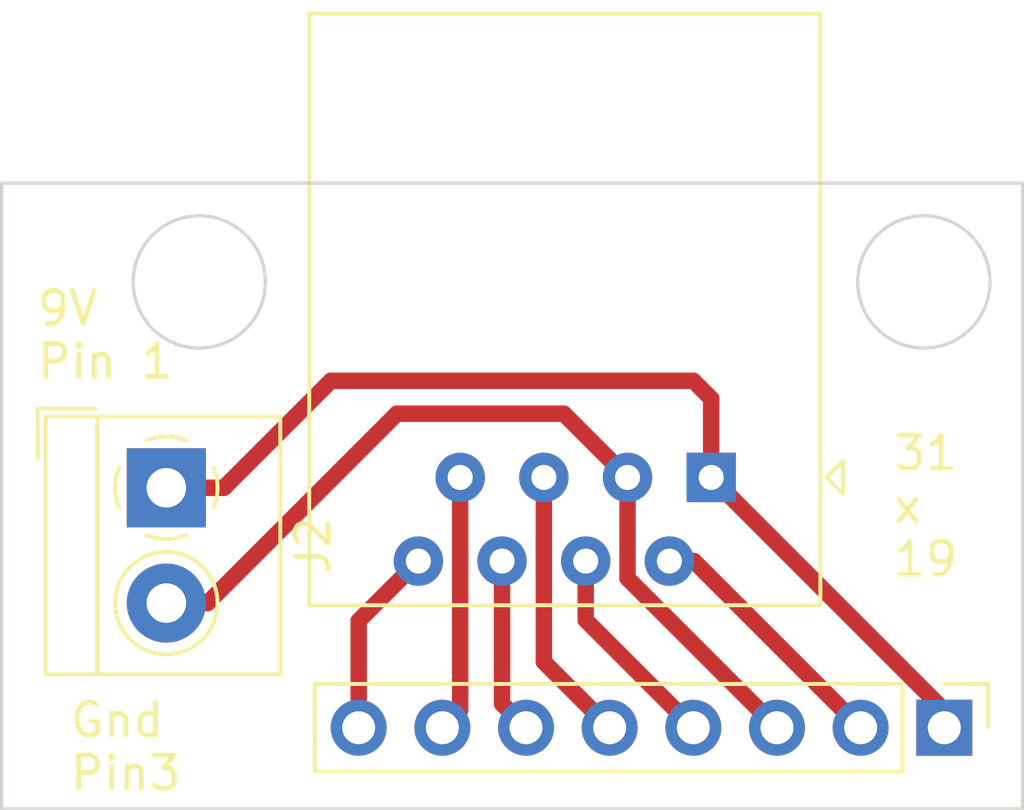
<source format=kicad_pcb>
(kicad_pcb (version 20221018) (generator pcbnew)
  (layers (0 "F.Cu" signal) (31 "B.Cu" signal) (34 "B.Paste" user) (35 "F.Paste" user) (36 "B.SilkS" user "B.Silkscreen") (37 "F.SilkS" user "F.Silkscreen") (38 "B.Mask" user) (39 "F.Mask" user) (44 "Edge.Cuts" user))
  (net 0 "")
  (net 1 "Net-(J2-Pin_2)")
  (net 2 "Net-(J4-Pin_2)")
  (net 3 "Net-(J2-Pin_1)")
  (net 4 "Net-(J4-Pin_4)")
  (net 5 "Net-(J4-Pin_5)")
  (net 6 "Net-(J4-Pin_6)")
  (net 7 "Net-(J4-Pin_7)")
  (net 8 "Net-(J4-Pin_8)")
  (footprint "Connector_PinHeader_2.54mm:PinHeader_1x08_P2.54mm_Vertical" (layer "F.Cu") (at 104.4275 74.06 -90)
    (fp_text reference "J4" hide)
    (fp_text value "Conn_01x08_Pin" hide)
    (fp_line (start -1.33 -1.33) (end 0 -1.33) (stroke (width 0.12)) (layer "F.SilkS"))
    (fp_line (start -1.33 0) (end -1.33 -1.33) (stroke (width 0.12)) (layer "F.SilkS"))
    (fp_line (start -1.33 1.27) (end -1.33 19.11) (stroke (width 0.12)) (layer "F.SilkS"))
    (fp_line (start -1.33 1.27) (end 1.33 1.27) (stroke (width 0.12)) (layer "F.SilkS"))
    (fp_line (start -1.33 19.11) (end 1.33 19.11) (stroke (width 0.12)) (layer "F.SilkS"))
    (fp_line (start 1.33 1.27) (end 1.33 19.11) (stroke (width 0.12)) (layer "F.SilkS"))
    (pad "1" thru_hole rect (at 0 0 270) (size 1.7 1.7) (drill 1) (layers "*.Cu" "*.Mask") (net 3 "Net-(J2-Pin_1)"))
    (pad "2" thru_hole oval (at 0 2.54 270) (size 1.7 1.7) (drill 1) (layers "*.Cu" "*.Mask") (net 2 "Net-(J4-Pin_2)"))
    (pad "3" thru_hole oval (at 0 5.08 270) (size 1.7 1.7) (drill 1) (layers "*.Cu" "*.Mask") (net 1 "Net-(J2-Pin_2)"))
    (pad "4" thru_hole oval (at 0 7.62 270) (size 1.7 1.7) (drill 1) (layers "*.Cu" "*.Mask") (net 4 "Net-(J4-Pin_4)"))
    (pad "5" thru_hole oval (at 0 10.16 270) (size 1.7 1.7) (drill 1) (layers "*.Cu" "*.Mask") (net 5 "Net-(J4-Pin_5)"))
    (pad "6" thru_hole oval (at 0 12.7 270) (size 1.7 1.7) (drill 1) (layers "*.Cu" "*.Mask") (net 6 "Net-(J4-Pin_6)"))
    (pad "7" thru_hole oval (at 0 15.24 270) (size 1.7 1.7) (drill 1) (layers "*.Cu" "*.Mask") (net 7 "Net-(J4-Pin_7)"))
    (pad "8" thru_hole oval (at 0 17.78 270) (size 1.7 1.7) (drill 1) (layers "*.Cu" "*.Mask") (net 8 "Net-(J4-Pin_8)"))
  )
  (footprint "TerminalBlock_4Ucon:TerminalBlock_4Ucon_1x02_P3.50mm_Horizontal" (layer "F.Cu") (at 80.8075 66.775 -90)
    (fp_text reference "J2" (at 1.75 -4.46 90) (layer "F.SilkS"))
    (fp_text value "Screw_Terminal_01x02" hide)
    (fp_line (start -2.4 2.16) (end -2.4 3.9) (stroke (width 0.12)) (layer "F.SilkS"))
    (fp_line (start -2.4 3.9) (end -0.9 3.9) (stroke (width 0.12)) (layer "F.SilkS"))
    (fp_line (start -2.16 -3.46) (end -2.16 3.66) (stroke (width 0.12)) (layer "F.SilkS"))
    (fp_line (start -2.16 -3.46) (end 5.66 -3.46) (stroke (width 0.12)) (layer "F.SilkS"))
    (fp_line (start -2.16 2.1) (end 5.66 2.1) (stroke (width 0.12)) (layer "F.SilkS"))
    (fp_line (start -2.16 3.66) (end 5.66 3.66) (stroke (width 0.12)) (layer "F.SilkS"))
    (fp_line (start 5.66 -3.46) (end 5.66 3.66) (stroke (width 0.12)) (layer "F.SilkS"))
    (fp_arc (start -1.432109 0.607742) (mid -1.555727 -0.00014) (end -1.432 -0.608) (stroke (width 0.12)) (layer "F.SilkS"))
    (fp_arc (start -0.607742 -1.432109) (mid 0.00014 -1.555727) (end 0.608 -1.432) (stroke (width 0.12)) (layer "F.SilkS"))
    (fp_arc (start 0.027011 1.555493) (mid -0.296984 1.527118) (end -0.608 1.432) (stroke (width 0.12)) (layer "F.SilkS"))
    (fp_arc (start 0.607587 1.431385) (mid 0.310017 1.523783) (end 0 1.555) (stroke (width 0.12)) (layer "F.SilkS"))
    (fp_arc (start 1.432109 -0.607742) (mid 1.555727 0.00014) (end 1.432 0.608) (stroke (width 0.12)) (layer "F.SilkS"))
    (fp_circle (center 3.5 0) (end 5.055 0) (stroke (width 0.12)) (fill none) (layer "F.SilkS"))
    (pad "1" thru_hole rect (at 0 0 270) (size 2.4 2.4) (drill 1.2) (layers "*.Cu" "*.Mask") (net 3 "Net-(J2-Pin_1)"))
    (pad "2" thru_hole circle (at 3.5 0 270) (size 2.4 2.4) (drill 1.2) (layers "*.Cu" "*.Mask") (net 1 "Net-(J2-Pin_2)"))
  )
  (footprint "Connector_RJ:RJ45_Amphenol_54602-x08_Horizontal" (layer "F.Cu") (at 97.35 66.46 180)
    (fp_text reference "J1" hide)
    (fp_text value "8P8C")
    (fp_line (start -4 -0.5) (end -4 0.5) (stroke (width 0.12)) (layer "F.SilkS"))
    (fp_line (start -4 0.5) (end -3.5 0) (stroke (width 0.12)) (layer "F.SilkS"))
    (fp_line (start -3.5 0) (end -4 -0.5) (stroke (width 0.12)) (layer "F.SilkS"))
    (fp_line (start -3.315 -3.88) (end -3.315 14.08) (stroke (width 0.12)) (layer "F.SilkS"))
    (fp_line (start -3.315 14.08) (end 12.205 14.08) (stroke (width 0.12)) (layer "F.SilkS"))
    (fp_line (start 12.205 -3.88) (end -3.315 -3.88) (stroke (width 0.12)) (layer "F.SilkS"))
    (fp_line (start 12.205 -3.88) (end 12.205 14.08) (stroke (width 0.12)) (layer "F.SilkS"))
    (pad "" np_thru_hole circle (at -1.27 6.35 180) (size 3.2 3.2) (drill 3.2) (layers "*.Cu" "*.Mask"))
    (pad "" np_thru_hole circle (at 10.16 6.35 180) (size 3.2 3.2) (drill 3.2) (layers "*.Cu" "*.Mask"))
    (pad "1" thru_hole rect (at 0 0 180) (size 1.5 1.5) (drill 0.76) (layers "*.Cu" "*.Mask") (net 3 "Net-(J2-Pin_1)"))
    (pad "2" thru_hole circle (at 1.27 -2.54 180) (size 1.5 1.5) (drill 0.76) (layers "*.Cu" "*.Mask") (net 2 "Net-(J4-Pin_2)"))
    (pad "3" thru_hole circle (at 2.54 0 180) (size 1.5 1.5) (drill 0.76) (layers "*.Cu" "*.Mask") (net 1 "Net-(J2-Pin_2)"))
    (pad "4" thru_hole circle (at 3.81 -2.54 180) (size 1.5 1.5) (drill 0.76) (layers "*.Cu" "*.Mask") (net 4 "Net-(J4-Pin_4)"))
    (pad "5" thru_hole circle (at 5.08 0 180) (size 1.5 1.5) (drill 0.76) (layers "*.Cu" "*.Mask") (net 5 "Net-(J4-Pin_5)"))
    (pad "6" thru_hole circle (at 6.35 -2.54 180) (size 1.5 1.5) (drill 0.76) (layers "*.Cu" "*.Mask") (net 6 "Net-(J4-Pin_6)"))
    (pad "7" thru_hole circle (at 7.62 0 180) (size 1.5 1.5) (drill 0.76) (layers "*.Cu" "*.Mask") (net 7 "Net-(J4-Pin_7)"))
    (pad "8" thru_hole circle (at 8.89 -2.54 180) (size 1.5 1.5) (drill 0.76) (layers "*.Cu" "*.Mask") (net 8 "Net-(J4-Pin_8)"))
  )
  (gr_circle (center 103.8075 60.525) (end 103.1725 62.43) (stroke (width 0.1)) (fill none) (layer "Edge.Cuts"))
  (gr_rect (start 75.8075 57.525) (end 106.8075 76.525) (stroke (width 0.1)) (fill none) (layer "Edge.Cuts"))
  (gr_circle (center 81.8075 60.525) (end 81.1725 62.43) (stroke (width 0.1)) (fill none) (layer "Edge.Cuts"))
  (gr_text "31\nx\n19" (at 102.8075 69.525) (layer "F.SilkS") (effects (font (size 1 1)) (justify left bottom)))
  (gr_text "Gnd\nPin3\n" (at 77.8075 76.025) (layer "F.SilkS") (effects (font (size 1 1)) (justify left bottom)))
  (gr_text "9V \nPin 1\n" (at 76.8075 63.525) (layer "F.SilkS") (effects (font (size 1 1)) (justify left bottom)))
  (segment (start 94.81 66.46) (end 92.875 64.525) (width 0.5) (layer "F.Cu") (net 1))
  (segment (start 82.0575 70.275) (end 80.8075 70.275) (width 0.5) (layer "F.Cu") (net 1))
  (segment (start 94.81 66.46) (end 94.81 69.5225) (width 0.5) (layer "F.Cu") (net 1))
  (segment (start 87.8075 64.525) (end 82.0575 70.275) (width 0.5) (layer "F.Cu") (net 1))
  (segment (start 94.81 69.5225) (end 99.3475 74.06) (width 0.5) (layer "F.Cu") (net 1))
  (segment (start 92.875 64.525) (end 87.8075 64.525) (width 0.5) (layer "F.Cu") (net 1))
  (segment (start 96.8275 69) (end 101.8875 74.06) (width 0.5) (layer "F.Cu") (net 2))
  (segment (start 96.08 69) (end 96.8275 69) (width 0.5) (layer "F.Cu") (net 2))
  (segment (start 97.35 64.0675) (end 96.8075 63.525) (width 0.5) (layer "F.Cu") (net 3))
  (segment (start 82.5575 66.775) (end 80.8075 66.775) (width 0.5) (layer "F.Cu") (net 3))
  (segment (start 104.4275 73.5375) (end 104.4275 74.06) (width 0.5) (layer "F.Cu") (net 3))
  (segment (start 97.35 66.46) (end 97.35 64.0675) (width 0.5) (layer "F.Cu") (net 3))
  (segment (start 97.35 66.46) (end 104.4275 73.5375) (width 0.5) (layer "F.Cu") (net 3))
  (segment (start 96.8075 63.525) (end 85.8075 63.525) (width 0.5) (layer "F.Cu") (net 3))
  (segment (start 85.8075 63.525) (end 82.5575 66.775) (width 0.5) (layer "F.Cu") (net 3))
  (segment (start 93.54 70.7925) (end 96.8075 74.06) (width 0.5) (layer "F.Cu") (net 4))
  (segment (start 93.54 69) (end 93.54 70.7925) (width 0.5) (layer "F.Cu") (net 4))
  (segment (start 92.27 66.46) (end 92.27 72.0625) (width 0.5) (layer "F.Cu") (net 5))
  (segment (start 92.27 72.0625) (end 94.2675 74.06) (width 0.5) (layer "F.Cu") (net 5))
  (segment (start 91 73.3325) (end 91.7275 74.06) (width 0.5) (layer "F.Cu") (net 6))
  (segment (start 91 69) (end 91 73.3325) (width 0.5) (layer "F.Cu") (net 6))
  (segment (start 89.73 73.5175) (end 89.1875 74.06) (width 0.5) (layer "F.Cu") (net 7))
  (segment (start 89.73 66.46) (end 89.73 73.5175) (width 0.5) (layer "F.Cu") (net 7))
  (segment (start 86.6475 70.8125) (end 86.6475 74.06) (width 0.5) (layer "F.Cu") (net 8))
  (segment (start 88.46 69) (end 86.6475 70.8125) (width 0.5) (layer "F.Cu") (net 8))
)
</source>
